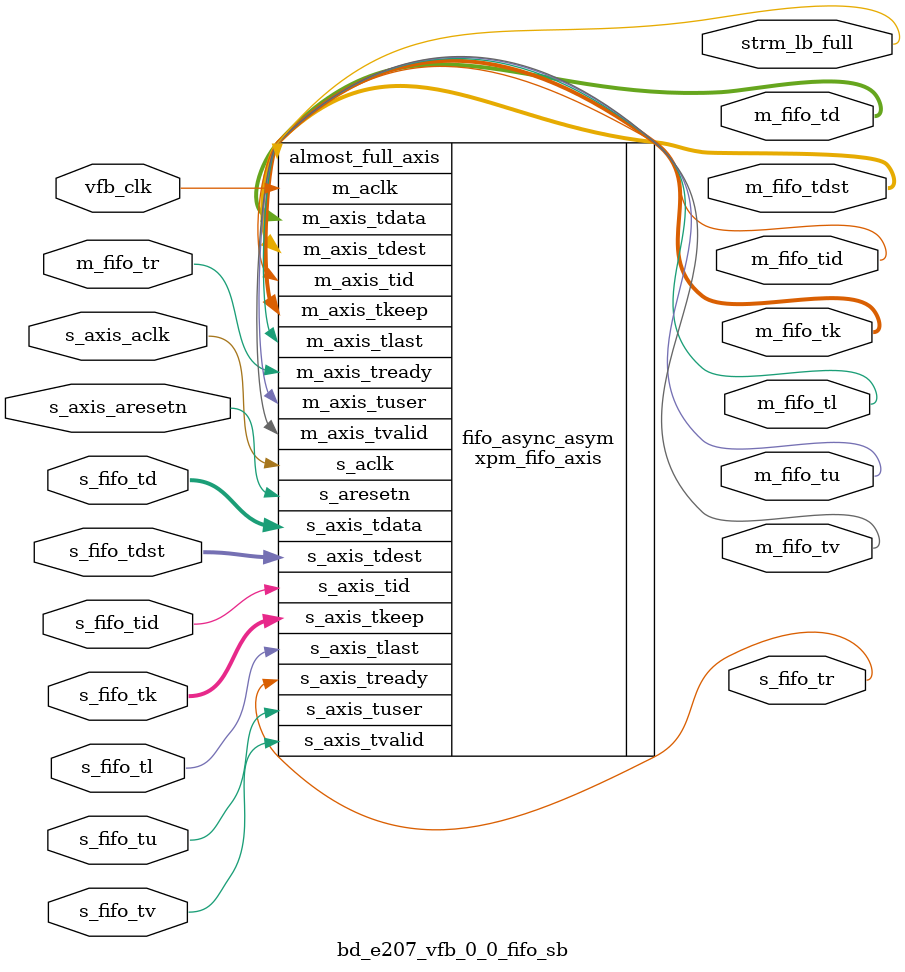
<source format=v>
`timescale 1ps/1ps
module bd_e207_vfb_0_0_fifo_sb (
  input            s_axis_aclk    ,

  input         s_axis_aresetn ,
  input            vfb_clk        ,
  output    s_fifo_tr      ,
  input     s_fifo_tv      ,
  input      [64-1:0]  s_fifo_td      ,
  input      s_fifo_tid    ,   
  input      [1-1:0]  s_fifo_tu      ,
  input [9:0]      s_fifo_tdst      ,
  input      [8-1:0] s_fifo_tk      ,
  input      s_fifo_tl      ,
  input     m_fifo_tr      ,
  output     m_fifo_tv      ,
  output   [64-1:0]   m_fifo_td      ,
  output      m_fifo_tid    ,   
  output [9:0]    m_fifo_tdst    ,   
  output   [1-1:0]  m_fifo_tu      ,
  output    [8-1:0] m_fifo_tk      ,
  output      m_fifo_tl     , 
  output  strm_lb_full   
);

xpm_fifo_axis#(
      .CLOCKING_MODE("independent_clock"), // String
      .ECC_MODE("no_ecc"),            // String
      .FIFO_DEPTH(512),              // DECIMAL
      .FIFO_MEMORY_TYPE("block"),      // String
      .PACKET_FIFO("false"),          // String
      .PROG_EMPTY_THRESH(10),         // DECIMAL
      .PROG_FULL_THRESH(507),          // DECIMAL
      .RD_DATA_COUNT_WIDTH(1),        // DECIMAL
      .RELATED_CLOCKS(0),             // DECIMAL
      .SIM_ASSERT_CHK(0),             // DECIMAL; 0=disable simulation messages, 1=enable simulation messages
      .TDATA_WIDTH(64),               // DECIMAL
      .TDEST_WIDTH(10),                // DECIMAL
      .TID_WIDTH(1),                  // DECIMAL
      .TUSER_WIDTH(1),                // DECIMAL
      .USE_ADV_FEATURES("1008"),      // String
      .WR_DATA_COUNT_WIDTH(1)         // DECIMAL
 ) fifo_async_asym(
  .s_aclk            (s_axis_aclk    ),
  .s_aresetn         (s_axis_aresetn ),
  .m_aclk            (vfb_clk        ),
  .s_axis_tready     (s_fifo_tr      ),
  .s_axis_tvalid     (s_fifo_tv      ),
  .s_axis_tdata      (s_fifo_td      ),
  .s_axis_tid      ( s_fifo_tid      ),
  .s_axis_tuser      (s_fifo_tu      ),
  .s_axis_tdest      (s_fifo_tdst      ),
  .s_axis_tkeep      (s_fifo_tk      ),
  .s_axis_tlast      (s_fifo_tl      ),
  .m_axis_tready     (m_fifo_tr      ),
  .m_axis_tvalid     (m_fifo_tv      ),
  .m_axis_tdata      (m_fifo_td      ),
  .m_axis_tid        (m_fifo_tid      ),
  .m_axis_tdest      (m_fifo_tdst     ),
  .m_axis_tuser      (m_fifo_tu      ),
  .m_axis_tkeep      (m_fifo_tk      ),
  .m_axis_tlast      (m_fifo_tl      ),
  .almost_full_axis  (strm_lb_full   )
);
endmodule

</source>
